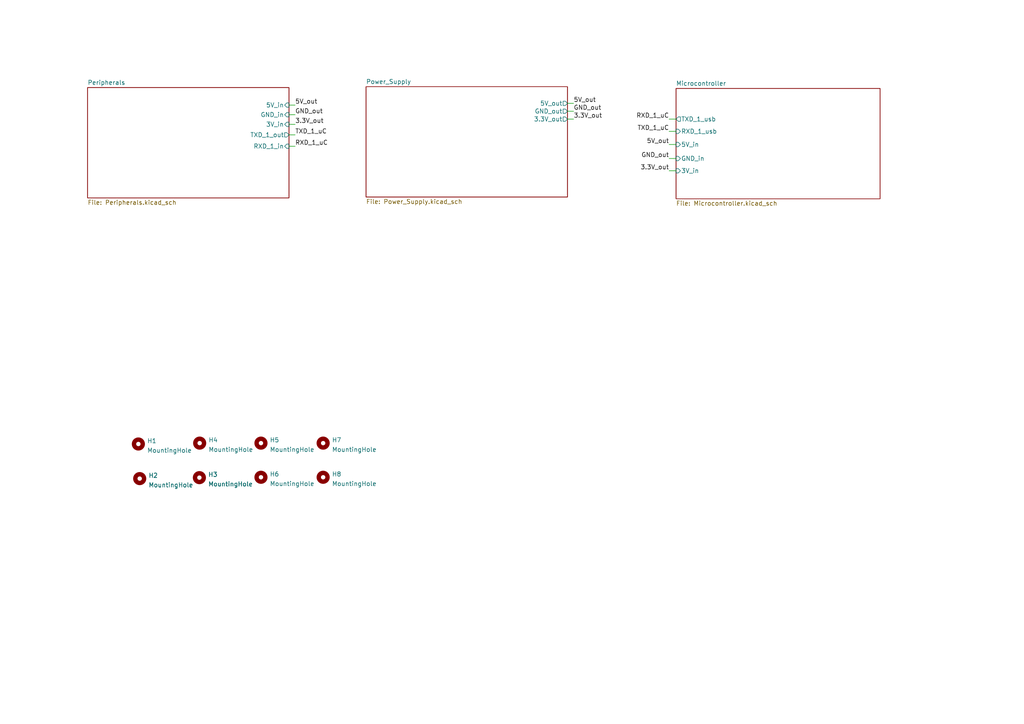
<source format=kicad_sch>
(kicad_sch
	(version 20231120)
	(generator "eeschema")
	(generator_version "8.0")
	(uuid "e63e39d7-6ac0-4ffd-8aa3-1841a4541b55")
	(paper "A4")
	(title_block
		(title "Motion_Control_HMI")
		(date "2022-05-07")
		(company "Vashishtha Research Private Limted")
	)
	(lib_symbols
		(symbol "Mechanical:MountingHole"
			(pin_names
				(offset 1.016)
			)
			(exclude_from_sim no)
			(in_bom yes)
			(on_board yes)
			(property "Reference" "H"
				(at 0 5.08 0)
				(effects
					(font
						(size 1.27 1.27)
					)
				)
			)
			(property "Value" "MountingHole"
				(at 0 3.175 0)
				(effects
					(font
						(size 1.27 1.27)
					)
				)
			)
			(property "Footprint" ""
				(at 0 0 0)
				(effects
					(font
						(size 1.27 1.27)
					)
					(hide yes)
				)
			)
			(property "Datasheet" "~"
				(at 0 0 0)
				(effects
					(font
						(size 1.27 1.27)
					)
					(hide yes)
				)
			)
			(property "Description" "Mounting Hole without connection"
				(at 0 0 0)
				(effects
					(font
						(size 1.27 1.27)
					)
					(hide yes)
				)
			)
			(property "ki_keywords" "mounting hole"
				(at 0 0 0)
				(effects
					(font
						(size 1.27 1.27)
					)
					(hide yes)
				)
			)
			(property "ki_fp_filters" "MountingHole*"
				(at 0 0 0)
				(effects
					(font
						(size 1.27 1.27)
					)
					(hide yes)
				)
			)
			(symbol "MountingHole_0_1"
				(circle
					(center 0 0)
					(radius 1.27)
					(stroke
						(width 1.27)
						(type default)
					)
					(fill
						(type none)
					)
				)
			)
		)
	)
	(wire
		(pts
			(xy 83.82 33.274) (xy 85.598 33.274)
		)
		(stroke
			(width 0)
			(type default)
		)
		(uuid "04384614-f949-4d4b-9338-57b13124fe10")
	)
	(wire
		(pts
			(xy 194.056 45.974) (xy 196.088 45.974)
		)
		(stroke
			(width 0)
			(type default)
		)
		(uuid "44857232-ea34-4af1-b957-234b47094474")
	)
	(wire
		(pts
			(xy 164.592 32.258) (xy 166.37 32.258)
		)
		(stroke
			(width 0)
			(type default)
		)
		(uuid "5abc0f27-8ac1-4c4a-a632-25390b6cf3df")
	)
	(wire
		(pts
			(xy 194.056 34.544) (xy 196.088 34.544)
		)
		(stroke
			(width 0)
			(type default)
		)
		(uuid "668435cb-1780-43e7-b481-8bd7d7904616")
	)
	(wire
		(pts
			(xy 83.82 30.48) (xy 85.598 30.48)
		)
		(stroke
			(width 0)
			(type default)
		)
		(uuid "68c55181-1666-4ccc-9265-8b999246fc8e")
	)
	(wire
		(pts
			(xy 194.056 49.53) (xy 196.088 49.53)
		)
		(stroke
			(width 0)
			(type default)
		)
		(uuid "787a11e8-057a-4602-a603-8b465270d62f")
	)
	(wire
		(pts
			(xy 83.82 36.068) (xy 85.598 36.068)
		)
		(stroke
			(width 0)
			(type default)
		)
		(uuid "ba38ceb0-5dee-4ab1-b0a7-8c56404748e6")
	)
	(wire
		(pts
			(xy 83.82 39.116) (xy 85.598 39.116)
		)
		(stroke
			(width 0)
			(type default)
		)
		(uuid "baa0f38e-88ce-418d-8c0f-4d6a0ee93b5f")
	)
	(wire
		(pts
			(xy 83.82 42.418) (xy 85.598 42.418)
		)
		(stroke
			(width 0)
			(type default)
		)
		(uuid "c092b665-b119-4372-8b04-9d9e41e6f152")
	)
	(wire
		(pts
			(xy 164.592 29.972) (xy 166.37 29.972)
		)
		(stroke
			(width 0)
			(type default)
		)
		(uuid "cc756189-cc7c-4735-9ba1-8711c9a9c849")
	)
	(wire
		(pts
			(xy 164.592 34.544) (xy 166.37 34.544)
		)
		(stroke
			(width 0)
			(type default)
		)
		(uuid "ce1771df-ceaf-42e5-a083-b6eefcaefef6")
	)
	(wire
		(pts
			(xy 194.056 41.91) (xy 196.088 41.91)
		)
		(stroke
			(width 0)
			(type default)
		)
		(uuid "d5e92040-483f-41ed-a3d7-c7c0eaab8dae")
	)
	(wire
		(pts
			(xy 194.056 38.1) (xy 196.088 38.1)
		)
		(stroke
			(width 0)
			(type default)
		)
		(uuid "e05a970b-655c-4d6c-bf6a-c84db9aaf9da")
	)
	(label "RXD_1_uC"
		(at 194.056 34.544 180)
		(fields_autoplaced yes)
		(effects
			(font
				(size 1.27 1.27)
			)
			(justify right bottom)
		)
		(uuid "0463be72-049c-4f02-8294-0786b8252909")
	)
	(label "RXD_1_uC"
		(at 85.598 42.418 0)
		(fields_autoplaced yes)
		(effects
			(font
				(size 1.27 1.27)
			)
			(justify left bottom)
		)
		(uuid "0f95fae5-9518-42ab-9422-67cbd3efa395")
	)
	(label "TXD_1_uC"
		(at 85.598 39.116 0)
		(fields_autoplaced yes)
		(effects
			(font
				(size 1.27 1.27)
			)
			(justify left bottom)
		)
		(uuid "11ddc6bc-3aef-4d7a-86ce-4c6da7b933ac")
	)
	(label "TXD_1_uC"
		(at 194.056 38.1 180)
		(fields_autoplaced yes)
		(effects
			(font
				(size 1.27 1.27)
			)
			(justify right bottom)
		)
		(uuid "23391b67-566c-4872-b65c-d1041b562b89")
	)
	(label "3.3V_out"
		(at 166.37 34.544 0)
		(fields_autoplaced yes)
		(effects
			(font
				(size 1.27 1.27)
			)
			(justify left bottom)
		)
		(uuid "2bd4caeb-f6bf-48ba-b142-1ac817b150ad")
	)
	(label "3.3V_out"
		(at 85.598 36.068 0)
		(fields_autoplaced yes)
		(effects
			(font
				(size 1.27 1.27)
			)
			(justify left bottom)
		)
		(uuid "6268342e-444f-4626-893c-1ef35802dbe6")
	)
	(label "5V_out"
		(at 85.598 30.48 0)
		(fields_autoplaced yes)
		(effects
			(font
				(size 1.27 1.27)
			)
			(justify left bottom)
		)
		(uuid "6f761bba-1369-48b7-9b0c-e1a59e306097")
	)
	(label "5V_out"
		(at 166.37 29.972 0)
		(fields_autoplaced yes)
		(effects
			(font
				(size 1.27 1.27)
			)
			(justify left bottom)
		)
		(uuid "7298215e-7c5d-4566-9de7-94d9ce763cc8")
	)
	(label "GND_out"
		(at 194.056 45.974 180)
		(fields_autoplaced yes)
		(effects
			(font
				(size 1.27 1.27)
			)
			(justify right bottom)
		)
		(uuid "9088acbc-8c41-44f0-b9bd-f3ecfd468aa6")
	)
	(label "3.3V_out"
		(at 194.056 49.53 180)
		(fields_autoplaced yes)
		(effects
			(font
				(size 1.27 1.27)
			)
			(justify right bottom)
		)
		(uuid "932f1ca4-62ec-4bad-b967-73bc169cb403")
	)
	(label "GND_out"
		(at 166.37 32.258 0)
		(fields_autoplaced yes)
		(effects
			(font
				(size 1.27 1.27)
			)
			(justify left bottom)
		)
		(uuid "96d47713-3245-4ad8-8720-5a4f5c65664a")
	)
	(label "GND_out"
		(at 85.598 33.274 0)
		(fields_autoplaced yes)
		(effects
			(font
				(size 1.27 1.27)
			)
			(justify left bottom)
		)
		(uuid "a874380d-4b66-4ac4-b889-f6e7d318108c")
	)
	(label "5V_out"
		(at 194.056 41.91 180)
		(fields_autoplaced yes)
		(effects
			(font
				(size 1.27 1.27)
			)
			(justify right bottom)
		)
		(uuid "c65c7ac5-fd16-4de8-a585-4964b6571cb6")
	)
	(symbol
		(lib_id "Mechanical:MountingHole")
		(at 40.132 128.778 0)
		(unit 1)
		(exclude_from_sim no)
		(in_bom yes)
		(on_board yes)
		(dnp no)
		(fields_autoplaced yes)
		(uuid "115ab3fc-0f17-4820-9f7c-6238e47060ac")
		(property "Reference" "H1"
			(at 42.672 127.8695 0)
			(effects
				(font
					(size 1.27 1.27)
				)
				(justify left)
			)
		)
		(property "Value" "MountingHole"
			(at 42.672 130.6446 0)
			(effects
				(font
					(size 1.27 1.27)
				)
				(justify left)
			)
		)
		(property "Footprint" "MountingHole:MountingHole_4.3mm_M4"
			(at 40.132 128.778 0)
			(effects
				(font
					(size 1.27 1.27)
				)
				(hide yes)
			)
		)
		(property "Datasheet" "~"
			(at 40.132 128.778 0)
			(effects
				(font
					(size 1.27 1.27)
				)
				(hide yes)
			)
		)
		(property "Description" ""
			(at 40.132 128.778 0)
			(effects
				(font
					(size 1.27 1.27)
				)
				(hide yes)
			)
		)
		(instances
			(project "Motion_Control_HMI"
				(path "/e63e39d7-6ac0-4ffd-8aa3-1841a4541b55"
					(reference "H1")
					(unit 1)
				)
			)
		)
	)
	(symbol
		(lib_id "Mechanical:MountingHole")
		(at 93.726 138.43 0)
		(unit 1)
		(exclude_from_sim no)
		(in_bom yes)
		(on_board yes)
		(dnp no)
		(fields_autoplaced yes)
		(uuid "1e28ddc8-6f62-424e-871a-37b36753f183")
		(property "Reference" "H8"
			(at 96.266 137.5215 0)
			(effects
				(font
					(size 1.27 1.27)
				)
				(justify left)
			)
		)
		(property "Value" "MountingHole"
			(at 96.266 140.2966 0)
			(effects
				(font
					(size 1.27 1.27)
				)
				(justify left)
			)
		)
		(property "Footprint" "MountingHole:MountingHole_3.2mm_M3"
			(at 93.726 138.43 0)
			(effects
				(font
					(size 1.27 1.27)
				)
				(hide yes)
			)
		)
		(property "Datasheet" "~"
			(at 93.726 138.43 0)
			(effects
				(font
					(size 1.27 1.27)
				)
				(hide yes)
			)
		)
		(property "Description" ""
			(at 93.726 138.43 0)
			(effects
				(font
					(size 1.27 1.27)
				)
				(hide yes)
			)
		)
		(instances
			(project "Motion_Control_HMI"
				(path "/e63e39d7-6ac0-4ffd-8aa3-1841a4541b55"
					(reference "H8")
					(unit 1)
				)
			)
		)
	)
	(symbol
		(lib_id "Mechanical:MountingHole")
		(at 40.5198 138.8125 0)
		(unit 1)
		(exclude_from_sim no)
		(in_bom yes)
		(on_board yes)
		(dnp no)
		(fields_autoplaced yes)
		(uuid "3f14607e-b5df-4843-bc41-d3207504342e")
		(property "Reference" "H2"
			(at 43.0598 137.904 0)
			(effects
				(font
					(size 1.27 1.27)
				)
				(justify left)
			)
		)
		(property "Value" "MountingHole"
			(at 43.0598 140.6791 0)
			(effects
				(font
					(size 1.27 1.27)
				)
				(justify left)
			)
		)
		(property "Footprint" "MountingHole:MountingHole_3.2mm_M3"
			(at 40.5198 138.8125 0)
			(effects
				(font
					(size 1.27 1.27)
				)
				(hide yes)
			)
		)
		(property "Datasheet" "~"
			(at 40.5198 138.8125 0)
			(effects
				(font
					(size 1.27 1.27)
				)
				(hide yes)
			)
		)
		(property "Description" ""
			(at 40.5198 138.8125 0)
			(effects
				(font
					(size 1.27 1.27)
				)
				(hide yes)
			)
		)
		(instances
			(project "Motion_Control_HMI"
				(path "/e63e39d7-6ac0-4ffd-8aa3-1841a4541b55"
					(reference "H2")
					(unit 1)
				)
			)
		)
	)
	(symbol
		(lib_id "Mechanical:MountingHole")
		(at 93.726 128.524 0)
		(unit 1)
		(exclude_from_sim no)
		(in_bom yes)
		(on_board yes)
		(dnp no)
		(fields_autoplaced yes)
		(uuid "5593ab3b-6421-48a3-bbeb-a24169dd8e79")
		(property "Reference" "H7"
			(at 96.266 127.6155 0)
			(effects
				(font
					(size 1.27 1.27)
				)
				(justify left)
			)
		)
		(property "Value" "MountingHole"
			(at 96.266 130.3906 0)
			(effects
				(font
					(size 1.27 1.27)
				)
				(justify left)
			)
		)
		(property "Footprint" "MountingHole:MountingHole_3.2mm_M3"
			(at 93.726 128.524 0)
			(effects
				(font
					(size 1.27 1.27)
				)
				(hide yes)
			)
		)
		(property "Datasheet" "~"
			(at 93.726 128.524 0)
			(effects
				(font
					(size 1.27 1.27)
				)
				(hide yes)
			)
		)
		(property "Description" ""
			(at 93.726 128.524 0)
			(effects
				(font
					(size 1.27 1.27)
				)
				(hide yes)
			)
		)
		(instances
			(project "Motion_Control_HMI"
				(path "/e63e39d7-6ac0-4ffd-8aa3-1841a4541b55"
					(reference "H7")
					(unit 1)
				)
			)
		)
	)
	(symbol
		(lib_id "Mechanical:MountingHole")
		(at 75.692 138.43 0)
		(unit 1)
		(exclude_from_sim no)
		(in_bom yes)
		(on_board yes)
		(dnp no)
		(fields_autoplaced yes)
		(uuid "ac997bd6-912d-4c5b-951e-6b017ca53df3")
		(property "Reference" "H6"
			(at 78.232 137.5215 0)
			(effects
				(font
					(size 1.27 1.27)
				)
				(justify left)
			)
		)
		(property "Value" "MountingHole"
			(at 78.232 140.2966 0)
			(effects
				(font
					(size 1.27 1.27)
				)
				(justify left)
			)
		)
		(property "Footprint" "MountingHole:MountingHole_4.3mm_M4"
			(at 75.692 138.43 0)
			(effects
				(font
					(size 1.27 1.27)
				)
				(hide yes)
			)
		)
		(property "Datasheet" "~"
			(at 75.692 138.43 0)
			(effects
				(font
					(size 1.27 1.27)
				)
				(hide yes)
			)
		)
		(property "Description" ""
			(at 75.692 138.43 0)
			(effects
				(font
					(size 1.27 1.27)
				)
				(hide yes)
			)
		)
		(instances
			(project "Motion_Control_HMI"
				(path "/e63e39d7-6ac0-4ffd-8aa3-1841a4541b55"
					(reference "H6")
					(unit 1)
				)
			)
		)
	)
	(symbol
		(lib_id "Mechanical:MountingHole")
		(at 57.8322 138.5368 0)
		(unit 1)
		(exclude_from_sim no)
		(in_bom yes)
		(on_board yes)
		(dnp no)
		(fields_autoplaced yes)
		(uuid "b33b18f8-aa94-4a60-bf88-916bdc3ca6d3")
		(property "Reference" "H3"
			(at 60.3722 137.6283 0)
			(effects
				(font
					(size 1.27 1.27)
				)
				(justify left)
			)
		)
		(property "Value" "MountingHole"
			(at 60.3722 140.4034 0)
			(effects
				(font
					(size 1.27 1.27)
				)
				(justify left)
			)
		)
		(property "Footprint" "MountingHole:MountingHole_4.3mm_M4"
			(at 57.8322 138.5368 0)
			(effects
				(font
					(size 1.27 1.27)
				)
				(hide yes)
			)
		)
		(property "Datasheet" "~"
			(at 57.8322 138.5368 0)
			(effects
				(font
					(size 1.27 1.27)
				)
				(hide yes)
			)
		)
		(property "Description" ""
			(at 57.8322 138.5368 0)
			(effects
				(font
					(size 1.27 1.27)
				)
				(hide yes)
			)
		)
		(instances
			(project "Motion_Control_HMI"
				(path "/e63e39d7-6ac0-4ffd-8aa3-1841a4541b55"
					(reference "H3")
					(unit 1)
				)
			)
		)
	)
	(symbol
		(lib_id "Mechanical:MountingHole")
		(at 75.692 128.524 0)
		(unit 1)
		(exclude_from_sim no)
		(in_bom yes)
		(on_board yes)
		(dnp no)
		(fields_autoplaced yes)
		(uuid "b5689cdf-fdf6-470e-92fe-3533cd155f64")
		(property "Reference" "H5"
			(at 78.232 127.6155 0)
			(effects
				(font
					(size 1.27 1.27)
				)
				(justify left)
			)
		)
		(property "Value" "MountingHole"
			(at 78.232 130.3906 0)
			(effects
				(font
					(size 1.27 1.27)
				)
				(justify left)
			)
		)
		(property "Footprint" "MountingHole:MountingHole_3.2mm_M3"
			(at 75.692 128.524 0)
			(effects
				(font
					(size 1.27 1.27)
				)
				(hide yes)
			)
		)
		(property "Datasheet" "~"
			(at 75.692 128.524 0)
			(effects
				(font
					(size 1.27 1.27)
				)
				(hide yes)
			)
		)
		(property "Description" ""
			(at 75.692 128.524 0)
			(effects
				(font
					(size 1.27 1.27)
				)
				(hide yes)
			)
		)
		(instances
			(project "Motion_Control_HMI"
				(path "/e63e39d7-6ac0-4ffd-8aa3-1841a4541b55"
					(reference "H5")
					(unit 1)
				)
			)
		)
	)
	(symbol
		(lib_id "Mechanical:MountingHole")
		(at 57.912 128.524 0)
		(unit 1)
		(exclude_from_sim no)
		(in_bom yes)
		(on_board yes)
		(dnp no)
		(fields_autoplaced yes)
		(uuid "f15d11fe-4ea4-43d1-bb16-f6b2274ea184")
		(property "Reference" "H4"
			(at 60.452 127.6155 0)
			(effects
				(font
					(size 1.27 1.27)
				)
				(justify left)
			)
		)
		(property "Value" "MountingHole"
			(at 60.452 130.3906 0)
			(effects
				(font
					(size 1.27 1.27)
				)
				(justify left)
			)
		)
		(property "Footprint" "MountingHole:MountingHole_4.3mm_M4"
			(at 57.912 128.524 0)
			(effects
				(font
					(size 1.27 1.27)
				)
				(hide yes)
			)
		)
		(property "Datasheet" "~"
			(at 57.912 128.524 0)
			(effects
				(font
					(size 1.27 1.27)
				)
				(hide yes)
			)
		)
		(property "Description" ""
			(at 57.912 128.524 0)
			(effects
				(font
					(size 1.27 1.27)
				)
				(hide yes)
			)
		)
		(instances
			(project "Motion_Control_HMI"
				(path "/e63e39d7-6ac0-4ffd-8aa3-1841a4541b55"
					(reference "H4")
					(unit 1)
				)
			)
		)
	)
	(sheet
		(at 106.172 25.146)
		(size 58.42 32.004)
		(fields_autoplaced yes)
		(stroke
			(width 0.1524)
			(type solid)
		)
		(fill
			(color 0 0 0 0.0000)
		)
		(uuid "181c7584-ae32-422d-87fd-661f54103fc3")
		(property "Sheetname" "Power_Supply"
			(at 106.172 24.4344 0)
			(effects
				(font
					(size 1.27 1.27)
				)
				(justify left bottom)
			)
		)
		(property "Sheetfile" "Power_Supply.kicad_sch"
			(at 106.172 57.7346 0)
			(effects
				(font
					(size 1.27 1.27)
				)
				(justify left top)
			)
		)
		(pin "GND_out" output
			(at 164.592 32.258 0)
			(effects
				(font
					(size 1.27 1.27)
				)
				(justify right)
			)
			(uuid "481b3dc1-5f0d-4f1c-ab66-264b66d96c8f")
		)
		(pin "5V_out" output
			(at 164.592 29.972 0)
			(effects
				(font
					(size 1.27 1.27)
				)
				(justify right)
			)
			(uuid "d652ccc8-1604-4cd7-8e1d-f6d271cae5b6")
		)
		(pin "3.3V_out" output
			(at 164.592 34.544 0)
			(effects
				(font
					(size 1.27 1.27)
				)
				(justify right)
			)
			(uuid "65d9a275-579d-4c19-909f-6f241cf9792b")
		)
		(instances
			(project "Motion_Control_HMI"
				(path "/e63e39d7-6ac0-4ffd-8aa3-1841a4541b55"
					(page "3")
				)
			)
		)
	)
	(sheet
		(at 196.088 25.654)
		(size 59.182 32.004)
		(fields_autoplaced yes)
		(stroke
			(width 0.1524)
			(type solid)
		)
		(fill
			(color 0 0 0 0.0000)
		)
		(uuid "63a5dfdd-b8cc-4562-a18a-aec74f0c389a")
		(property "Sheetname" "Microcontroller"
			(at 196.088 24.9424 0)
			(effects
				(font
					(size 1.27 1.27)
				)
				(justify left bottom)
			)
		)
		(property "Sheetfile" "Microcontroller.kicad_sch"
			(at 196.088 58.2426 0)
			(effects
				(font
					(size 1.27 1.27)
				)
				(justify left top)
			)
		)
		(pin "TXD_1_usb" output
			(at 196.088 34.544 180)
			(effects
				(font
					(size 1.27 1.27)
				)
				(justify left)
			)
			(uuid "dae7630c-f71b-4c4c-bde0-320487916095")
		)
		(pin "RXD_1_usb" input
			(at 196.088 38.1 180)
			(effects
				(font
					(size 1.27 1.27)
				)
				(justify left)
			)
			(uuid "7d240192-d763-44c6-8381-4b0f6501955a")
		)
		(pin "5V_in" input
			(at 196.088 41.91 180)
			(effects
				(font
					(size 1.27 1.27)
				)
				(justify left)
			)
			(uuid "bb2d3dc7-59ca-4aaa-9bb8-7a792dadb9d5")
		)
		(pin "GND_in" input
			(at 196.088 45.974 180)
			(effects
				(font
					(size 1.27 1.27)
				)
				(justify left)
			)
			(uuid "b0f75bfa-4b3d-4d0c-b141-baa241c6ff6e")
		)
		(pin "3V_in" input
			(at 196.088 49.53 180)
			(effects
				(font
					(size 1.27 1.27)
				)
				(justify left)
			)
			(uuid "c68b4301-da3b-4e43-9fad-e1c815dd0fe0")
		)
		(instances
			(project "Motion_Control_HMI"
				(path "/e63e39d7-6ac0-4ffd-8aa3-1841a4541b55"
					(page "4")
				)
			)
		)
	)
	(sheet
		(at 25.4 25.4)
		(size 58.42 32.004)
		(fields_autoplaced yes)
		(stroke
			(width 0.1524)
			(type solid)
		)
		(fill
			(color 0 0 0 0.0000)
		)
		(uuid "eb0806c5-c45a-4118-8af7-e5b803fcc588")
		(property "Sheetname" "Peripherals"
			(at 25.4 24.6884 0)
			(effects
				(font
					(size 1.27 1.27)
				)
				(justify left bottom)
			)
		)
		(property "Sheetfile" "Peripherals.kicad_sch"
			(at 25.4 57.9886 0)
			(effects
				(font
					(size 1.27 1.27)
				)
				(justify left top)
			)
		)
		(pin "5V_in" input
			(at 83.82 30.48 0)
			(effects
				(font
					(size 1.27 1.27)
				)
				(justify right)
			)
			(uuid "d0fbcf8b-88c1-43a1-a208-4e581115b390")
		)
		(pin "3V_in" input
			(at 83.82 36.068 0)
			(effects
				(font
					(size 1.27 1.27)
				)
				(justify right)
			)
			(uuid "a008a54e-6f6e-48d5-b118-7083602757b5")
		)
		(pin "GND_in" input
			(at 83.82 33.274 0)
			(effects
				(font
					(size 1.27 1.27)
				)
				(justify right)
			)
			(uuid "e8b7c0b4-2d60-4848-be96-a9224c958485")
		)
		(pin "TXD_1_out" output
			(at 83.82 39.116 0)
			(effects
				(font
					(size 1.27 1.27)
				)
				(justify right)
			)
			(uuid "034cb194-900b-4b6f-b5b4-9aaad4816cbf")
		)
		(pin "RXD_1_in" input
			(at 83.82 42.418 0)
			(effects
				(font
					(size 1.27 1.27)
				)
				(justify right)
			)
			(uuid "eb672106-31eb-4cc6-8617-60a6d99d65ec")
		)
		(instances
			(project "Motion_Control_HMI"
				(path "/e63e39d7-6ac0-4ffd-8aa3-1841a4541b55"
					(page "2")
				)
			)
		)
	)
	(sheet_instances
		(path "/"
			(page "1")
		)
	)
)
</source>
